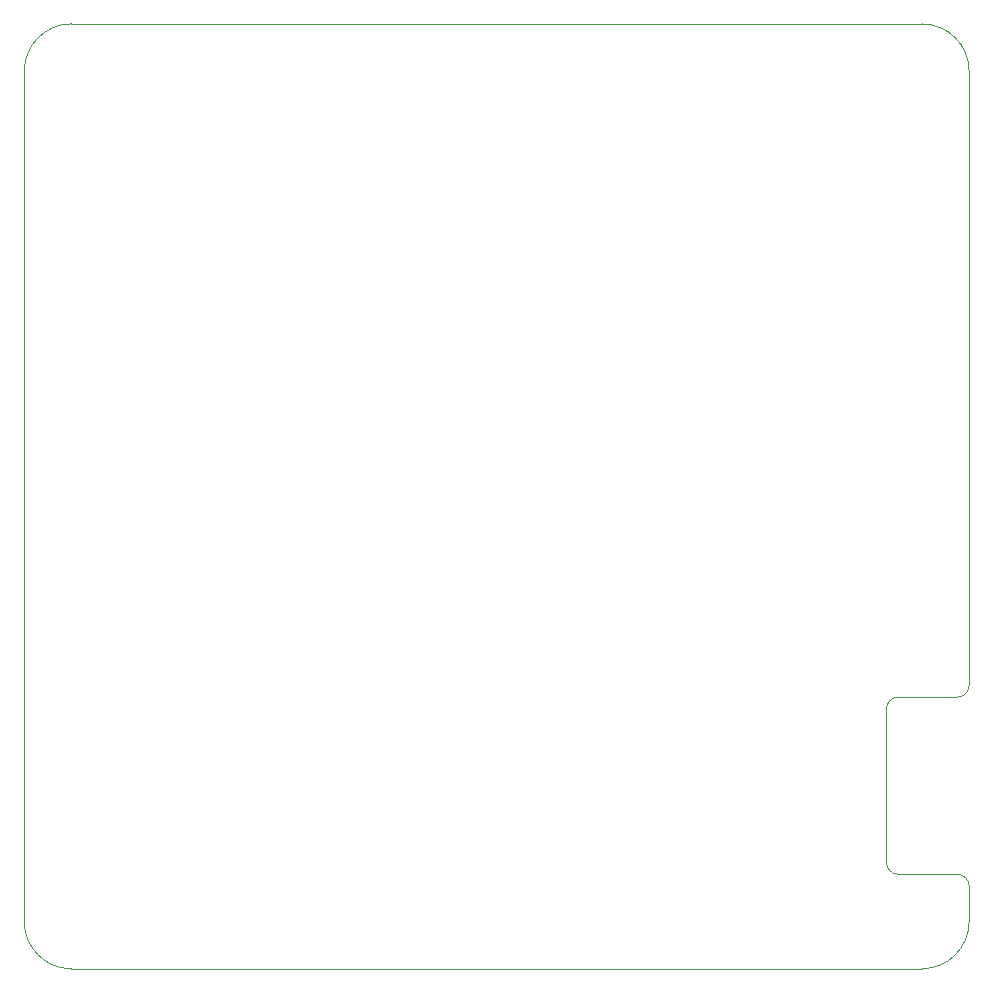
<source format=gbr>
%TF.GenerationSoftware,KiCad,Pcbnew,(6.0.0)*%
%TF.CreationDate,2022-03-02T14:41:02+07:00*%
%TF.ProjectId,balancingRobot_sabaiCode,62616c61-6e63-4696-9e67-526f626f745f,rev?*%
%TF.SameCoordinates,Original*%
%TF.FileFunction,Profile,NP*%
%FSLAX46Y46*%
G04 Gerber Fmt 4.6, Leading zero omitted, Abs format (unit mm)*
G04 Created by KiCad (PCBNEW (6.0.0)) date 2022-03-02 14:41:02*
%MOMM*%
%LPD*%
G01*
G04 APERTURE LIST*
%TA.AperFunction,Profile*%
%ADD10C,0.100000*%
%TD*%
G04 APERTURE END LIST*
D10*
X134000000Y-140000000D02*
X206000000Y-140000000D01*
X204000000Y-117000000D02*
X209000000Y-117000000D01*
X206000000Y-140000000D02*
G75*
G03*
X210000000Y-136000000I0J4000000D01*
G01*
X210000000Y-133000000D02*
G75*
G03*
X209000000Y-132000000I-999999J1D01*
G01*
X130000000Y-64000000D02*
X130000000Y-136000000D01*
X210000000Y-136000000D02*
X210000000Y-133000000D01*
X210000000Y-64000000D02*
G75*
G03*
X206000000Y-60000000I-4000000J0D01*
G01*
X204000000Y-117000000D02*
G75*
G03*
X203000000Y-118000000I-1J-999999D01*
G01*
X206000000Y-60000000D02*
X134000000Y-60000000D01*
X210000000Y-116000000D02*
X210000000Y-64000000D01*
X203000000Y-131000000D02*
G75*
G03*
X204000000Y-132000000I999999J-1D01*
G01*
X203000000Y-131000000D02*
X203000000Y-118000000D01*
X209000000Y-117000000D02*
G75*
G03*
X210000000Y-116000000I1J999999D01*
G01*
X209000000Y-132000000D02*
X204000000Y-132000000D01*
X130000000Y-136000000D02*
G75*
G03*
X134000000Y-140000000I4000000J0D01*
G01*
X134000000Y-60000000D02*
G75*
G03*
X130000000Y-64000000I0J-4000000D01*
G01*
M02*

</source>
